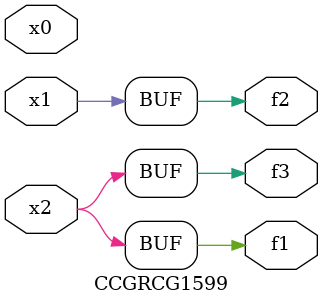
<source format=v>
module CCGRCG1599(
	input x0, x1, x2,
	output f1, f2, f3
);
	assign f1 = x2;
	assign f2 = x1;
	assign f3 = x2;
endmodule

</source>
